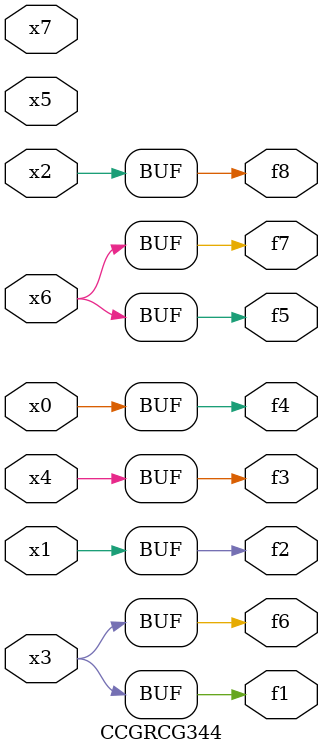
<source format=v>
module CCGRCG344(
	input x0, x1, x2, x3, x4, x5, x6, x7,
	output f1, f2, f3, f4, f5, f6, f7, f8
);
	assign f1 = x3;
	assign f2 = x1;
	assign f3 = x4;
	assign f4 = x0;
	assign f5 = x6;
	assign f6 = x3;
	assign f7 = x6;
	assign f8 = x2;
endmodule

</source>
